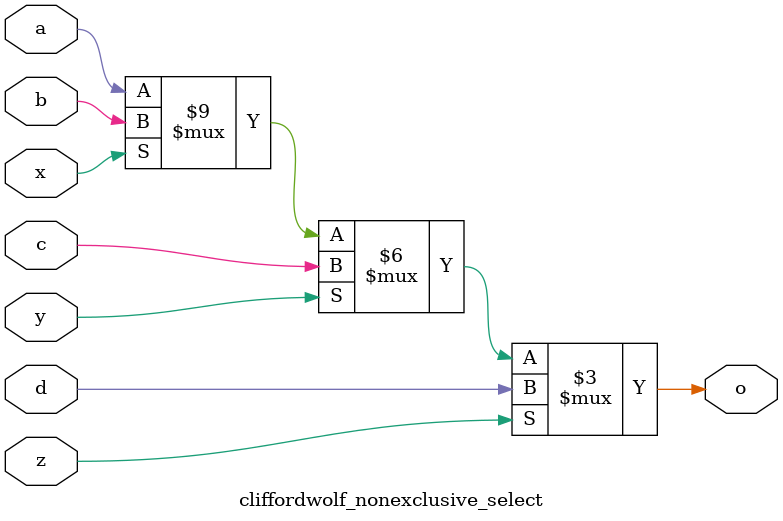
<source format=v>
module cliffordwolf_nonexclusive_select (
        input wire x, y, z,
        input wire a, b, c, d,
        output reg o
);
        always @* begin
                o = a;
                if (x) o = b;
                if (y) o = c;
                if (z) o = d;
        end
endmodule
</source>
